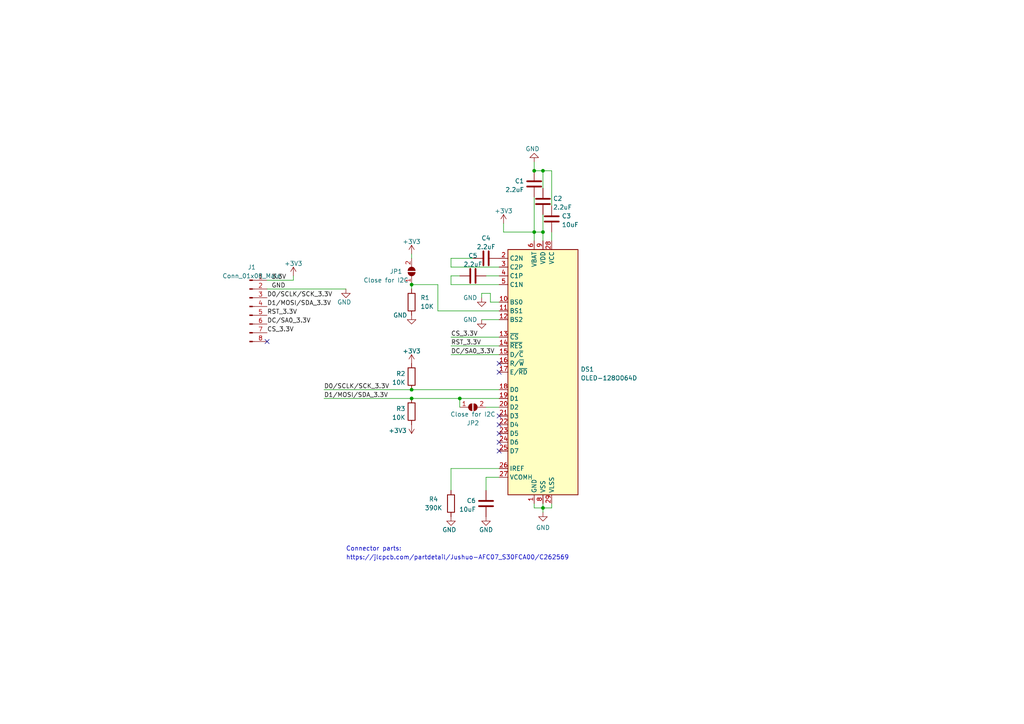
<source format=kicad_sch>
(kicad_sch (version 20211123) (generator eeschema)
  (paper "A4")
  (lib_symbols
    (symbol "Connector:Conn_01x08_Male" (pin_names (offset 1.016) hide)
      (property "Reference" "J" (at 0 10.16 0))
      (property "Value" "Conn_01x08_Male" (at 0 -12.7 0))
      (symbol "Conn_01x08_Male_1_1"
        (polyline (pts (xy 1.27 -10.16) (xy 0.8636 -10.16)) (stroke (width 0.1524)))
        (polyline (pts (xy 1.27 -7.62) (xy 0.8636 -7.62)) (stroke (width 0.1524)))
        (polyline (pts (xy 1.27 -5.08) (xy 0.8636 -5.08)) (stroke (width 0.1524)))
        (polyline (pts (xy 1.27 -2.54) (xy 0.8636 -2.54)) (stroke (width 0.1524)))
        (polyline (pts (xy 1.27 0) (xy 0.8636 0)) (stroke (width 0.1524)))
        (polyline (pts (xy 1.27 2.54) (xy 0.8636 2.54)) (stroke (width 0.1524)))
        (polyline (pts (xy 1.27 5.08) (xy 0.8636 5.08)) (stroke (width 0.1524)))
        (polyline (pts (xy 1.27 7.62) (xy 0.8636 7.62)) (stroke (width 0.1524)))
        (rectangle (start 0.8636 -10.033) (end 0 -10.287) (stroke (width 0.1524)) (fill (type outline)))
        (rectangle (start 0.8636 -7.493) (end 0 -7.747) (stroke (width 0.1524)) (fill (type outline)))
        (rectangle (start 0.8636 -4.953) (end 0 -5.207) (stroke (width 0.1524)) (fill (type outline)))
        (rectangle (start 0.8636 -2.413) (end 0 -2.667) (stroke (width 0.1524)) (fill (type outline)))
        (rectangle (start 0.8636 0.127) (end 0 -0.127) (stroke (width 0.1524)) (fill (type outline)))
        (rectangle (start 0.8636 2.667) (end 0 2.413) (stroke (width 0.1524)) (fill (type outline)))
        (rectangle (start 0.8636 5.207) (end 0 4.953) (stroke (width 0.1524)) (fill (type outline)))
        (rectangle (start 0.8636 7.747) (end 0 7.493) (stroke (width 0.1524)) (fill (type outline)))
        (pin passive line (at 5.08 7.62 180) (length 3.81) (name "Pin_1") (number "1"))
        (pin passive line (at 5.08 5.08 180) (length 3.81) (name "Pin_2") (number "2"))
        (pin passive line (at 5.08 2.54 180) (length 3.81) (name "Pin_3") (number "3"))
        (pin passive line (at 5.08 0 180) (length 3.81) (name "Pin_4") (number "4"))
        (pin passive line (at 5.08 -2.54 180) (length 3.81) (name "Pin_5") (number "5"))
        (pin passive line (at 5.08 -5.08 180) (length 3.81) (name "Pin_6") (number "6"))
        (pin passive line (at 5.08 -7.62 180) (length 3.81) (name "Pin_7") (number "7"))
        (pin passive line (at 5.08 -10.16 180) (length 3.81) (name "Pin_8") (number "8"))
      )
    )
    (symbol "Device:C" (pin_numbers hide) (pin_names (offset 0.254))
      (property "Reference" "C" (at 0.635 2.54 0))
      (property "Value" "C" (at 0.635 -2.54 0))
      (symbol "C_0_1"
        (polyline (pts (xy -2.032 -0.762) (xy 2.032 -0.762)) (stroke (width 0.508)))
        (polyline (pts (xy -2.032 0.762) (xy 2.032 0.762)) (stroke (width 0.508)))
      )
      (symbol "C_1_1"
        (pin passive line (at 0 3.81 270) (length 2.794) (name "~") (number "1"))
        (pin passive line (at 0 -3.81 90) (length 2.794) (name "~") (number "2"))
      )
    )
    (symbol "Device:R" (pin_numbers hide) (pin_names (offset 0))
      (property "Reference" "R" (at 2.032 0 90))
      (property "Value" "R" (at 0 0 90))
      (symbol "R_0_1"
        (rectangle (start -1.016 -2.54) (end 1.016 2.54) (stroke (width 0.254)))
      )
      (symbol "R_1_1"
        (pin passive line (at 0 3.81 270) (length 1.27) (name "~") (number "1"))
        (pin passive line (at 0 -3.81 90) (length 1.27) (name "~") (number "2"))
      )
    )
    (symbol "Display_Graphic:OLED-128O064D"
      (property "Reference" "DS" (at -10.16 38.1 0))
      (property "Value" "OLED-128O064D" (at 12.7 38.1 0))
      (symbol "OLED-128O064D_0_1"
        (rectangle (start -10.16 35.56) (end 10.16 -35.56) (stroke (width 0.254)) (fill (type background)))
      )
      (symbol "OLED-128O064D_1_1"
        (pin power_in line (at -2.54 -38.1 90) (length 2.54) (name "GND") (number "1"))
        (pin input line (at -12.7 20.32 0) (length 2.54) (name "BS0") (number "10"))
        (pin input line (at -12.7 17.78 0) (length 2.54) (name "BS1") (number "11"))
        (pin input line (at -12.7 15.24 0) (length 2.54) (name "BS2") (number "12"))
        (pin input line (at -12.7 10.16 0) (length 2.54) (name "~{CS}") (number "13"))
        (pin input line (at -12.7 7.62 0) (length 2.54) (name "~{RES}") (number "14"))
        (pin input line (at -12.7 5.08 0) (length 2.54) (name "D/~{C}") (number "15"))
        (pin input line (at -12.7 2.54 0) (length 2.54) (name "R/~{W}") (number "16"))
        (pin input line (at -12.7 0 0) (length 2.54) (name "E/~{RD}") (number "17"))
        (pin bidirectional line (at -12.7 -5.08 0) (length 2.54) (name "D0") (number "18"))
        (pin bidirectional line (at -12.7 -7.62 0) (length 2.54) (name "D1") (number "19"))
        (pin passive line (at -12.7 33.02 0) (length 2.54) (name "C2N") (number "2"))
        (pin bidirectional line (at -12.7 -10.16 0) (length 2.54) (name "D2") (number "20"))
        (pin bidirectional line (at -12.7 -12.7 0) (length 2.54) (name "D3") (number "21"))
        (pin bidirectional line (at -12.7 -15.24 0) (length 2.54) (name "D4") (number "22"))
        (pin bidirectional line (at -12.7 -17.78 0) (length 2.54) (name "D5") (number "23"))
        (pin bidirectional line (at -12.7 -20.32 0) (length 2.54) (name "D6") (number "24"))
        (pin bidirectional line (at -12.7 -22.86 0) (length 2.54) (name "D7") (number "25"))
        (pin passive line (at -12.7 -27.94 0) (length 2.54) (name "IREF") (number "26"))
        (pin passive line (at -12.7 -30.48 0) (length 2.54) (name "VCOMH") (number "27"))
        (pin power_in line (at 2.54 38.1 270) (length 2.54) (name "VCC") (number "28"))
        (pin power_in line (at 2.54 -38.1 90) (length 2.54) (name "VLSS") (number "29"))
        (pin passive line (at -12.7 30.48 0) (length 2.54) (name "C2P") (number "3"))
        (pin passive line (at -2.54 -38.1 90) (length 2.54) hide (name "GND") (number "30"))
        (pin passive line (at -12.7 27.94 0) (length 2.54) (name "C1P") (number "4"))
        (pin passive line (at -12.7 25.4 0) (length 2.54) (name "C1N") (number "5"))
        (pin power_in line (at -2.54 38.1 270) (length 2.54) (name "VBAT") (number "6"))
        (pin no_connect line (at 10.16 0 180) (length 2.54) hide (name "NC") (number "7"))
        (pin power_in line (at 0 -38.1 90) (length 2.54) (name "VSS") (number "8"))
        (pin power_in line (at 0 38.1 270) (length 2.54) (name "VDD") (number "9"))
      )
    )
    (symbol "Jumper:SolderJumper_2_Open" (pin_names (offset 0) hide)
      (property "Reference" "JP" (at 0 2.032 0))
      (property "Value" "SolderJumper_2_Open" (at 0 -2.54 0))
      (symbol "SolderJumper_2_Open_0_1"
        (arc (start -0.254 1.016) (mid -1.27 0) (end -0.254 -1.016))
        (arc (start -0.254 1.016) (mid -1.27 0) (end -0.254 -1.016) (fill (type outline)))
        (polyline (pts (xy -0.254 1.016) (xy -0.254 -1.016)))
        (polyline (pts (xy 0.254 1.016) (xy 0.254 -1.016)))
        (arc (start 0.254 -1.016) (mid 1.27 0) (end 0.254 1.016))
        (arc (start 0.254 -1.016) (mid 1.27 0) (end 0.254 1.016) (fill (type outline)))
      )
      (symbol "SolderJumper_2_Open_1_1"
        (pin passive line (at -3.81 0 0) (length 2.54) (name "A") (number "1"))
        (pin passive line (at 3.81 0 180) (length 2.54) (name "B") (number "2"))
      )
    )
    (symbol "power:+3.3V" (power) (pin_names (offset 0))
      (property "Value" "+3.3V" (at 0 3.556 0))
      (symbol "+3.3V_0_1"
        (polyline (pts (xy -0.762 1.27) (xy 0 2.54)))
        (polyline (pts (xy 0 0) (xy 0 2.54)))
        (polyline (pts (xy 0 2.54) (xy 0.762 1.27)))
      )
      (symbol "+3.3V_1_1"
        (pin power_in line (at 0 0 90) (length 0) hide (name "+3V3") (number "1"))
      )
    )
    (symbol "power:GND" (power) (pin_names (offset 0))
      (property "Value" "GND" (at 0 -3.81 0))
      (symbol "GND_0_1"
        (polyline (pts (xy 0 0) (xy 0 -1.27) (xy 1.27 -1.27) (xy 0 -2.54) (xy -1.27 -1.27) (xy 0 -1.27)))
      )
      (symbol "GND_1_1"
        (pin power_in line (at 0 0 270) (length 0) hide (name "GND") (number "1"))
      )
    )
  )
  (junction (at 119.38 115.57))
  (junction (at 119.38 113.03))
  (junction (at 157.48 67.31))
  (junction (at 157.48 49.53))
  (junction (at 157.48 147.32))
  (junction (at 119.38 82.55))
  (junction (at 133.35 115.57))
  (junction (at 154.94 67.31))
  (junction (at 154.94 49.53))
  (no_connect (at 144.78 120.65))
  (no_connect (at 144.78 123.19))
  (no_connect (at 144.78 125.73))
  (no_connect (at 144.78 128.27))
  (no_connect (at 144.78 130.81))
  (no_connect (at 144.78 105.41))
  (no_connect (at 144.78 107.95))
  (no_connect (at 77.47 99.06))
  (wire (pts (xy 160.02 59.69) (xy 160.02 49.53)))
  (wire (pts (xy 157.48 147.32) (xy 157.48 148.59)))
  (wire (pts (xy 144.78 138.43) (xy 140.97 138.43)))
  (wire (pts (xy 160.02 67.31) (xy 160.02 69.85)))
  (wire (pts (xy 157.48 67.31) (xy 157.48 69.85)))
  (wire (pts (xy 130.81 142.24) (xy 130.81 135.89)))
  (wire (pts (xy 130.81 100.33) (xy 144.78 100.33)))
  (wire (pts (xy 119.38 74.93) (xy 119.38 73.66)))
  (wire (pts (xy 154.94 146.05) (xy 154.94 147.32)))
  (wire (pts (xy 130.81 74.93) (xy 137.16 74.93)))
  (wire (pts (xy 119.38 113.03) (xy 144.78 113.03)))
  (wire (pts (xy 154.94 57.15) (xy 154.94 67.31)))
  (wire (pts (xy 154.94 147.32) (xy 157.48 147.32)))
  (wire (pts (xy 157.48 49.53) (xy 154.94 49.53)))
  (wire (pts (xy 93.98 115.57) (xy 119.38 115.57)))
  (wire (pts (xy 142.24 87.63) (xy 144.78 87.63)))
  (wire (pts (xy 127 90.17) (xy 127 82.55)))
  (wire (pts (xy 160.02 49.53) (xy 157.48 49.53)))
  (wire (pts (xy 133.35 115.57) (xy 144.78 115.57)))
  (wire (pts (xy 85.09 80.01) (xy 85.09 81.28)))
  (wire (pts (xy 130.81 82.55) (xy 144.78 82.55)))
  (wire (pts (xy 154.94 46.99) (xy 154.94 49.53)))
  (wire (pts (xy 160.02 147.32) (xy 157.48 147.32)))
  (wire (pts (xy 130.81 80.01) (xy 130.81 82.55)))
  (wire (pts (xy 139.7 92.71) (xy 144.78 92.71)))
  (wire (pts (xy 154.94 67.31) (xy 154.94 69.85)))
  (wire (pts (xy 140.97 118.11) (xy 144.78 118.11)))
  (wire (pts (xy 93.98 113.03) (xy 119.38 113.03)))
  (wire (pts (xy 130.81 135.89) (xy 144.78 135.89)))
  (wire (pts (xy 130.81 102.87) (xy 144.78 102.87)))
  (wire (pts (xy 139.7 86.36) (xy 139.7 85.09)))
  (wire (pts (xy 127 90.17) (xy 144.78 90.17)))
  (wire (pts (xy 130.81 97.79) (xy 144.78 97.79)))
  (wire (pts (xy 133.35 80.01) (xy 130.81 80.01)))
  (wire (pts (xy 119.38 115.57) (xy 133.35 115.57)))
  (wire (pts (xy 139.7 85.09) (xy 142.24 85.09)))
  (wire (pts (xy 133.35 115.57) (xy 133.35 118.11)))
  (wire (pts (xy 160.02 146.05) (xy 160.02 147.32)))
  (wire (pts (xy 119.38 82.55) (xy 127 82.55)))
  (wire (pts (xy 140.97 80.01) (xy 144.78 80.01)))
  (wire (pts (xy 77.47 83.82) (xy 100.33 83.82)))
  (wire (pts (xy 144.78 77.47) (xy 130.81 77.47)))
  (wire (pts (xy 142.24 85.09) (xy 142.24 87.63)))
  (wire (pts (xy 154.94 67.31) (xy 157.48 67.31)))
  (wire (pts (xy 154.94 67.31) (xy 146.05 67.31)))
  (wire (pts (xy 77.47 81.28) (xy 85.09 81.28)))
  (wire (pts (xy 157.48 62.23) (xy 157.48 67.31)))
  (wire (pts (xy 157.48 54.61) (xy 157.48 49.53)))
  (wire (pts (xy 119.38 82.55) (xy 119.38 83.82)))
  (wire (pts (xy 157.48 146.05) (xy 157.48 147.32)))
  (wire (pts (xy 130.81 77.47) (xy 130.81 74.93)))
  (wire (pts (xy 140.97 138.43) (xy 140.97 142.24)))
  (wire (pts (xy 146.05 64.77) (xy 146.05 67.31)))
  (text "https://jlcpcb.com/partdetail/Jushuo-AFC07_S30FCA00/C262569" (at 100.33 162.56 0) (effects (font (size 1.27 1.27)) (justify left bottom)))
  (text "Connector parts:" (at 100.33 160.02 0) (effects (font (size 1.27 1.27)) (justify left bottom)))
  (label "GND" (at 78.74 83.82 0))
  (label "D1{slash}MOSI{slash}SDA_3.3V" (at 77.47 88.9 0))
  (label "D1{slash}MOSI{slash}SDA_3.3V" (at 93.98 115.57 0))
  (label "D0{slash}SCLK{slash}SCK_3.3V" (at 93.98 113.03 0))
  (label "RST_3.3V" (at 130.81 100.33 0))
  (label "RST_3.3V" (at 77.47 91.44 0))
  (label "CS_3.3V" (at 130.81 97.79 0))
  (label "CS_3.3V" (at 77.47 96.52 0))
  (label "3.3V" (at 78.74 81.28 0))
  (label "DC{slash}SA0_3.3V" (at 130.81 102.87 0))
  (label "D0{slash}SCLK{slash}SCK_3.3V" (at 77.47 86.36 0))
  (label "DC{slash}SA0_3.3V" (at 77.47 93.98 0))
  (symbol (lib_id "power:+3.3V") (at 119.38 105.41 0) (mirror y) (unit 1)
    (property "Reference" "#PWR09" (effects hide))
    (property "Value" "+3.3V" (at 119.38 101.8342 0))
  )
  (symbol (lib_id "Jumper:SolderJumper_2_Open") (at 119.38 78.74 90) (unit 1)
    (property "Reference" "JP1" (at 113.03 78.74 90) (effects (justify right)))
    (property "Value" "Close for I2C" (at 105.41 81.28 90) (effects (justify right)))
    (property "Footprint" "Jumper:SolderJumper-2_P1.3mm_Open_RoundedPad1.0x1.5mm" (effects hide))
  )
  (symbol (lib_id "Device:R") (at 119.38 119.38 0) (mirror y) (unit 1)
    (property "Reference" "R3" (at 117.602 118.5453 0) (effects (justify left)))
    (property "Value" "10K" (at 117.602 121.0822 0) (effects (justify left)))
    (property "Footprint" "Resistor_SMD:R_0603_1608Metric" (effects hide))
  )
  (symbol (lib_id "Device:C") (at 140.97 74.93 90) (unit 1)
    (property "Reference" "C4" (at 140.97 69.0712 90))
    (property "Value" "2.2uF" (at 140.97 71.6081 90))
    (property "Footprint" "Capacitor_SMD:C_0805_2012Metric" (effects hide))
  )
  (symbol (lib_id "Device:R") (at 119.38 87.63 0) (unit 1)
    (property "Reference" "R1" (at 121.92 86.36 0) (effects (justify left)))
    (property "Value" "10K" (at 121.92 88.9 0) (effects (justify left)))
    (property "Footprint" "Resistor_SMD:R_0603_1608Metric" (effects hide))
  )
  (symbol (lib_id "power:GND") (at 119.38 91.44 0) (unit 1)
    (property "Reference" "#PWR07" (effects hide))
    (property "Value" "GND" (at 118.11 91.44 0) (effects (justify right)))
  )
  (symbol (lib_id "power:+3.3V") (at 85.09 80.01 0) (unit 1)
    (property "Reference" "#PWR04" (effects hide))
    (property "Value" "+3.3V" (at 85.09 76.4342 0))
  )
  (symbol (lib_id "power:GND") (at 100.33 83.82 0) (mirror y) (unit 1)
    (property "Reference" "#PWR05" (effects hide))
    (property "Value" "GND" (at 97.79 87.63 0) (effects (justify right)))
  )
  (symbol (lib_id "Device:C") (at 137.16 80.01 90) (unit 1)
    (property "Reference" "C5" (at 137.16 74.1512 90))
    (property "Value" "2.2uF" (at 137.16 76.6881 90))
    (property "Footprint" "Capacitor_SMD:C_0805_2012Metric" (effects hide))
  )
  (symbol (lib_id "Device:C") (at 140.97 146.05 0) (mirror x) (unit 1)
    (property "Reference" "C6" (at 138.0491 145.2153 0) (effects (justify right)))
    (property "Value" "10uF" (at 138.0491 147.7522 0) (effects (justify right)))
    (property "Footprint" "Capacitor_SMD:C_0805_2012Metric" (effects hide))
  )
  (symbol (lib_id "power:+3.3V") (at 119.38 123.19 0) (mirror x) (unit 1)
    (property "Reference" "#PWR010" (effects hide))
    (property "Value" "+3.3V" (at 117.983 124.8938 0) (effects (justify right)))
  )
  (symbol (lib_id "Device:C") (at 154.94 53.34 0) (mirror x) (unit 1)
    (property "Reference" "C1" (at 152.019 52.5053 0) (effects (justify right)))
    (property "Value" "2.2uF" (at 152.019 55.0422 0) (effects (justify right)))
    (property "Footprint" "Capacitor_SMD:C_0805_2012Metric" (effects hide))
  )
  (symbol (lib_id "Jumper:SolderJumper_2_Open") (at 137.16 118.11 0) (mirror x) (unit 1)
    (property "Reference" "JP2" (at 137.16 122.6988 0))
    (property "Value" "Close for I2C" (at 137.16 120.1619 0))
    (property "Footprint" "Jumper:SolderJumper-2_P1.3mm_Open_RoundedPad1.0x1.5mm" (effects hide))
  )
  (symbol (lib_id "power:GND") (at 139.7 86.36 0) (unit 1)
    (property "Reference" "#PWR06" (effects hide))
    (property "Value" "GND" (at 138.43 86.36 0) (effects (justify right)))
  )
  (symbol (lib_id "power:GND") (at 157.48 148.59 0) (unit 1)
    (property "Reference" "#PWR011" (effects hide))
    (property "Value" "GND" (at 157.48 153.0334 0))
  )
  (symbol (lib_id "power:GND") (at 140.97 149.86 0) (unit 1)
    (property "Reference" "#PWR013" (effects hide))
    (property "Value" "GND" (at 140.97 153.67 0))
  )
  (symbol (lib_id "power:GND") (at 130.81 149.86 0) (unit 1)
    (property "Reference" "#PWR012" (effects hide))
    (property "Value" "GND" (at 128.27 153.67 0) (effects (justify left)))
  )
  (symbol (lib_id "Display_Graphic:OLED-128O064D") (at 157.48 107.95 0) (unit 1)
    (property "Reference" "DS1" (at 168.402 107.1153 0) (effects (justify left)))
    (property "Value" "OLED-128O064D" (at 168.402 109.6522 0) (effects (justify left)))
    (property "Footprint" "Display:OLED-128O064D" (effects hide))
    (property "Datasheet" "https://www.vishay.com/docs/37902/oled128o064dbpp3n00000.pdf" (effects hide))
  )
  (symbol (lib_id "Device:R") (at 130.81 146.05 180) (unit 1)
    (property "Reference" "R4" (at 125.73 144.78 0))
    (property "Value" "390K" (at 125.73 147.32 0))
    (property "Footprint" "Resistor_SMD:R_0603_1608Metric" (effects hide))
  )
  (symbol (lib_id "power:+3.3V") (at 119.38 73.66 0) (unit 1)
    (property "Reference" "#PWR03" (effects hide))
    (property "Value" "+3.3V" (at 119.38 70.0842 0))
  )
  (symbol (lib_id "Connector:Conn_01x08_Male") (at 72.39 88.9 0) (unit 1)
    (property "Reference" "J1" (at 73.025 77.504 0))
    (property "Value" "Conn_01x08_Male" (at 73.025 80.0409 0))
    (property "Footprint" "Connector_PinHeader_2.54mm:PinHeader_1x08_P2.54mm_Vertical_SMD_Pin1Left" (effects hide))
  )
  (symbol (lib_id "Device:R") (at 119.38 109.22 0) (mirror y) (unit 1)
    (property "Reference" "R2" (at 117.602 108.3853 0) (effects (justify left)))
    (property "Value" "10K" (at 117.602 110.9222 0) (effects (justify left)))
    (property "Footprint" "Resistor_SMD:R_0603_1608Metric" (effects hide))
  )
  (symbol (lib_id "power:+3.3V") (at 146.05 64.77 0) (unit 1)
    (property "Reference" "#PWR02" (effects hide))
    (property "Value" "+3.3V" (at 146.05 61.1942 0))
  )
  (symbol (lib_id "power:GND") (at 139.7 92.71 0) (unit 1)
    (property "Reference" "#PWR08" (effects hide))
    (property "Value" "GND" (at 138.43 92.71 0) (effects (justify right)))
  )
  (symbol (lib_id "power:GND") (at 154.94 46.99 180) (unit 1)
    (property "Reference" "#PWR01" (effects hide))
    (property "Value" "GND" (at 152.4 43.18 0) (effects (justify right)))
  )
  (symbol (lib_id "Device:C") (at 160.02 63.5 0) (unit 1)
    (property "Reference" "C3" (at 162.941 62.6653 0) (effects (justify left)))
    (property "Value" "10uF" (at 162.941 65.2022 0) (effects (justify left)))
    (property "Footprint" "Capacitor_SMD:C_0805_2012Metric" (effects hide))
  )
  (symbol (lib_id "Device:C") (at 157.48 58.42 180) (unit 1)
    (property "Reference" "C2" (at 160.401 57.5853 0) (effects (justify right)))
    (property "Value" "2.2uF" (at 160.401 60.1222 0) (effects (justify right)))
    (property "Footprint" "Capacitor_SMD:C_0805_2012Metric" (effects hide))
  )
)
</source>
